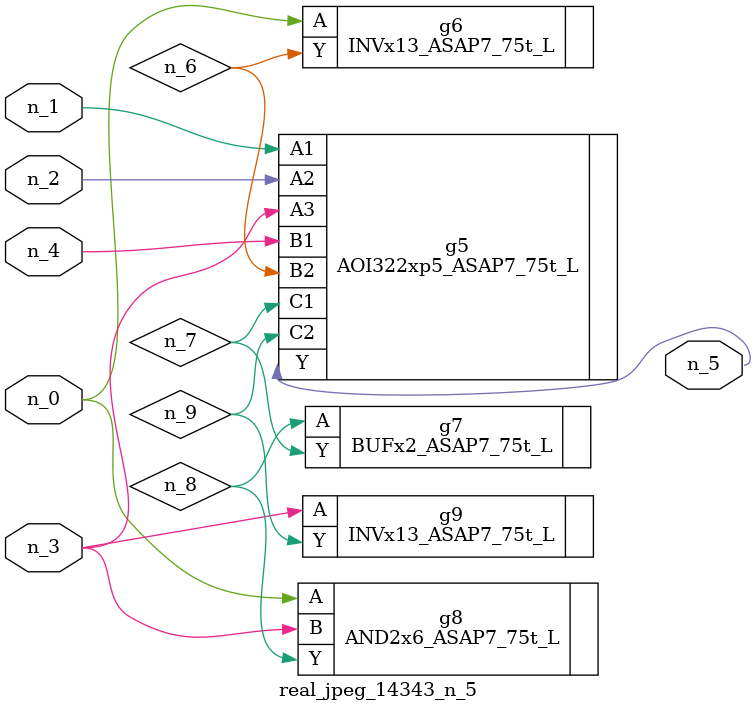
<source format=v>
module real_jpeg_14343_n_5 (n_4, n_0, n_1, n_2, n_3, n_5);

input n_4;
input n_0;
input n_1;
input n_2;
input n_3;

output n_5;

wire n_8;
wire n_6;
wire n_7;
wire n_9;

INVx13_ASAP7_75t_L g6 ( 
.A(n_0),
.Y(n_6)
);

AND2x6_ASAP7_75t_L g8 ( 
.A(n_0),
.B(n_3),
.Y(n_8)
);

AOI322xp5_ASAP7_75t_L g5 ( 
.A1(n_1),
.A2(n_2),
.A3(n_3),
.B1(n_4),
.B2(n_6),
.C1(n_7),
.C2(n_9),
.Y(n_5)
);

INVx13_ASAP7_75t_L g9 ( 
.A(n_3),
.Y(n_9)
);

BUFx2_ASAP7_75t_L g7 ( 
.A(n_8),
.Y(n_7)
);


endmodule
</source>
